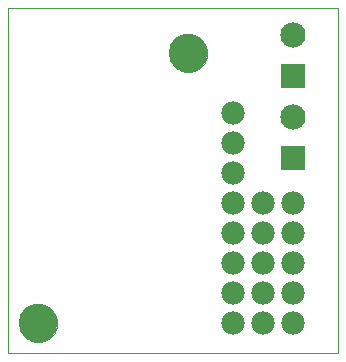
<source format=gbs>
G75*
G70*
%OFA0B0*%
%FSLAX24Y24*%
%IPPOS*%
%LPD*%
%AMOC8*
5,1,8,0,0,1.08239X$1,22.5*
%
%ADD10C,0.0000*%
%ADD11C,0.1290*%
%ADD12R,0.0840X0.0840*%
%ADD13C,0.0840*%
%ADD14C,0.0780*%
D10*
X000150Y000550D02*
X000150Y012050D01*
X011150Y012050D01*
X011150Y000550D01*
X000150Y000550D01*
X000525Y001550D02*
X000527Y001600D01*
X000533Y001649D01*
X000543Y001698D01*
X000556Y001745D01*
X000574Y001792D01*
X000595Y001837D01*
X000619Y001880D01*
X000647Y001921D01*
X000678Y001960D01*
X000712Y001996D01*
X000749Y002030D01*
X000789Y002060D01*
X000830Y002087D01*
X000874Y002111D01*
X000919Y002131D01*
X000966Y002147D01*
X001014Y002160D01*
X001063Y002169D01*
X001113Y002174D01*
X001162Y002175D01*
X001212Y002172D01*
X001261Y002165D01*
X001310Y002154D01*
X001357Y002140D01*
X001403Y002121D01*
X001448Y002099D01*
X001491Y002074D01*
X001531Y002045D01*
X001569Y002013D01*
X001605Y001979D01*
X001638Y001941D01*
X001667Y001901D01*
X001693Y001859D01*
X001716Y001815D01*
X001735Y001769D01*
X001751Y001722D01*
X001763Y001673D01*
X001771Y001624D01*
X001775Y001575D01*
X001775Y001525D01*
X001771Y001476D01*
X001763Y001427D01*
X001751Y001378D01*
X001735Y001331D01*
X001716Y001285D01*
X001693Y001241D01*
X001667Y001199D01*
X001638Y001159D01*
X001605Y001121D01*
X001569Y001087D01*
X001531Y001055D01*
X001491Y001026D01*
X001448Y001001D01*
X001403Y000979D01*
X001357Y000960D01*
X001310Y000946D01*
X001261Y000935D01*
X001212Y000928D01*
X001162Y000925D01*
X001113Y000926D01*
X001063Y000931D01*
X001014Y000940D01*
X000966Y000953D01*
X000919Y000969D01*
X000874Y000989D01*
X000830Y001013D01*
X000789Y001040D01*
X000749Y001070D01*
X000712Y001104D01*
X000678Y001140D01*
X000647Y001179D01*
X000619Y001220D01*
X000595Y001263D01*
X000574Y001308D01*
X000556Y001355D01*
X000543Y001402D01*
X000533Y001451D01*
X000527Y001500D01*
X000525Y001550D01*
X005525Y010550D02*
X005527Y010600D01*
X005533Y010649D01*
X005543Y010698D01*
X005556Y010745D01*
X005574Y010792D01*
X005595Y010837D01*
X005619Y010880D01*
X005647Y010921D01*
X005678Y010960D01*
X005712Y010996D01*
X005749Y011030D01*
X005789Y011060D01*
X005830Y011087D01*
X005874Y011111D01*
X005919Y011131D01*
X005966Y011147D01*
X006014Y011160D01*
X006063Y011169D01*
X006113Y011174D01*
X006162Y011175D01*
X006212Y011172D01*
X006261Y011165D01*
X006310Y011154D01*
X006357Y011140D01*
X006403Y011121D01*
X006448Y011099D01*
X006491Y011074D01*
X006531Y011045D01*
X006569Y011013D01*
X006605Y010979D01*
X006638Y010941D01*
X006667Y010901D01*
X006693Y010859D01*
X006716Y010815D01*
X006735Y010769D01*
X006751Y010722D01*
X006763Y010673D01*
X006771Y010624D01*
X006775Y010575D01*
X006775Y010525D01*
X006771Y010476D01*
X006763Y010427D01*
X006751Y010378D01*
X006735Y010331D01*
X006716Y010285D01*
X006693Y010241D01*
X006667Y010199D01*
X006638Y010159D01*
X006605Y010121D01*
X006569Y010087D01*
X006531Y010055D01*
X006491Y010026D01*
X006448Y010001D01*
X006403Y009979D01*
X006357Y009960D01*
X006310Y009946D01*
X006261Y009935D01*
X006212Y009928D01*
X006162Y009925D01*
X006113Y009926D01*
X006063Y009931D01*
X006014Y009940D01*
X005966Y009953D01*
X005919Y009969D01*
X005874Y009989D01*
X005830Y010013D01*
X005789Y010040D01*
X005749Y010070D01*
X005712Y010104D01*
X005678Y010140D01*
X005647Y010179D01*
X005619Y010220D01*
X005595Y010263D01*
X005574Y010308D01*
X005556Y010355D01*
X005543Y010402D01*
X005533Y010451D01*
X005527Y010500D01*
X005525Y010550D01*
D11*
X006150Y010550D03*
X001150Y001550D03*
D12*
X009650Y007050D03*
X009650Y009800D03*
D13*
X009650Y008428D03*
X009650Y011178D03*
D14*
X007650Y008550D03*
X007650Y007550D03*
X007650Y006550D03*
X007650Y005550D03*
X007650Y004550D03*
X007650Y003550D03*
X007650Y002550D03*
X007650Y001550D03*
X008650Y001550D03*
X008650Y002550D03*
X008650Y003550D03*
X008650Y004550D03*
X008650Y005550D03*
X009650Y005550D03*
X009650Y004550D03*
X009650Y003550D03*
X009650Y002550D03*
X009650Y001550D03*
M02*

</source>
